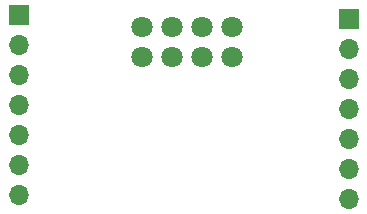
<source format=gbr>
%TF.GenerationSoftware,KiCad,Pcbnew,(6.0.5)*%
%TF.CreationDate,2022-06-21T02:12:09-04:00*%
%TF.ProjectId,nRF24L01_shield_v001a,6e524632-344c-4303-915f-736869656c64,rev?*%
%TF.SameCoordinates,Original*%
%TF.FileFunction,Soldermask,Bot*%
%TF.FilePolarity,Negative*%
%FSLAX46Y46*%
G04 Gerber Fmt 4.6, Leading zero omitted, Abs format (unit mm)*
G04 Created by KiCad (PCBNEW (6.0.5)) date 2022-06-21 02:12:09*
%MOMM*%
%LPD*%
G01*
G04 APERTURE LIST*
%ADD10C,1.800000*%
%ADD11R,1.700000X1.700000*%
%ADD12O,1.700000X1.700000*%
G04 APERTURE END LIST*
D10*
%TO.C,U1*%
X157710000Y-79330000D03*
X155170000Y-79330000D03*
X152630000Y-79330000D03*
X150090000Y-79330000D03*
X150090000Y-81870000D03*
X152630000Y-81870000D03*
X155170000Y-81870000D03*
X157710000Y-81870000D03*
%TD*%
D11*
%TO.C,J1*%
X139700000Y-78300000D03*
D12*
X139700000Y-80840000D03*
X139700000Y-83380000D03*
X139700000Y-85920000D03*
X139700000Y-88460000D03*
X139700000Y-91000000D03*
X139700000Y-93540000D03*
%TD*%
D11*
%TO.C,J2*%
X167640000Y-78600000D03*
D12*
X167640000Y-81140000D03*
X167640000Y-83680000D03*
X167640000Y-86220000D03*
X167640000Y-88760000D03*
X167640000Y-91300000D03*
X167640000Y-93840000D03*
%TD*%
M02*

</source>
